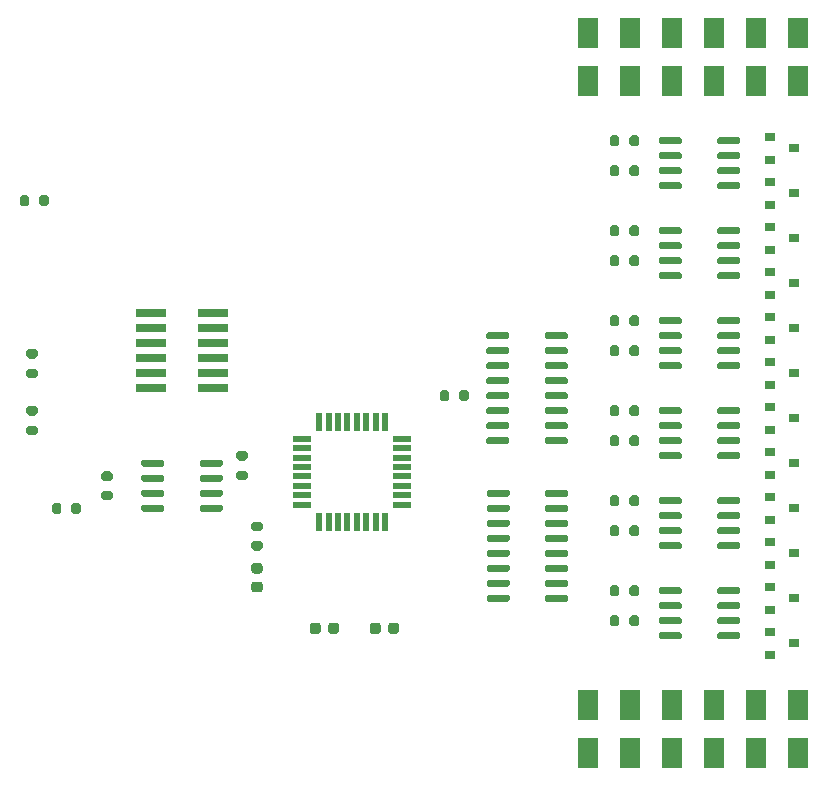
<source format=gtp>
G04 #@! TF.GenerationSoftware,KiCad,Pcbnew,(5.1.9)-1*
G04 #@! TF.CreationDate,2021-06-09T23:16:39+02:00*
G04 #@! TF.ProjectId,decoder,6465636f-6465-4722-9e6b-696361645f70,rev?*
G04 #@! TF.SameCoordinates,Original*
G04 #@! TF.FileFunction,Paste,Top*
G04 #@! TF.FilePolarity,Positive*
%FSLAX46Y46*%
G04 Gerber Fmt 4.6, Leading zero omitted, Abs format (unit mm)*
G04 Created by KiCad (PCBNEW (5.1.9)-1) date 2021-06-09 23:16:39*
%MOMM*%
%LPD*%
G01*
G04 APERTURE LIST*
%ADD10R,1.800000X2.500000*%
%ADD11R,0.900000X0.800000*%
%ADD12R,1.600000X0.550000*%
%ADD13R,0.550000X1.600000*%
%ADD14R,2.650000X0.760000*%
G04 APERTURE END LIST*
G36*
G01*
X154075000Y-94465000D02*
X154075000Y-94765000D01*
G75*
G02*
X153925000Y-94915000I-150000J0D01*
G01*
X152275000Y-94915000D01*
G75*
G02*
X152125000Y-94765000I0J150000D01*
G01*
X152125000Y-94465000D01*
G75*
G02*
X152275000Y-94315000I150000J0D01*
G01*
X153925000Y-94315000D01*
G75*
G02*
X154075000Y-94465000I0J-150000D01*
G01*
G37*
G36*
G01*
X154075000Y-93195000D02*
X154075000Y-93495000D01*
G75*
G02*
X153925000Y-93645000I-150000J0D01*
G01*
X152275000Y-93645000D01*
G75*
G02*
X152125000Y-93495000I0J150000D01*
G01*
X152125000Y-93195000D01*
G75*
G02*
X152275000Y-93045000I150000J0D01*
G01*
X153925000Y-93045000D01*
G75*
G02*
X154075000Y-93195000I0J-150000D01*
G01*
G37*
G36*
G01*
X154075000Y-91925000D02*
X154075000Y-92225000D01*
G75*
G02*
X153925000Y-92375000I-150000J0D01*
G01*
X152275000Y-92375000D01*
G75*
G02*
X152125000Y-92225000I0J150000D01*
G01*
X152125000Y-91925000D01*
G75*
G02*
X152275000Y-91775000I150000J0D01*
G01*
X153925000Y-91775000D01*
G75*
G02*
X154075000Y-91925000I0J-150000D01*
G01*
G37*
G36*
G01*
X154075000Y-90655000D02*
X154075000Y-90955000D01*
G75*
G02*
X153925000Y-91105000I-150000J0D01*
G01*
X152275000Y-91105000D01*
G75*
G02*
X152125000Y-90955000I0J150000D01*
G01*
X152125000Y-90655000D01*
G75*
G02*
X152275000Y-90505000I150000J0D01*
G01*
X153925000Y-90505000D01*
G75*
G02*
X154075000Y-90655000I0J-150000D01*
G01*
G37*
G36*
G01*
X154075000Y-89385000D02*
X154075000Y-89685000D01*
G75*
G02*
X153925000Y-89835000I-150000J0D01*
G01*
X152275000Y-89835000D01*
G75*
G02*
X152125000Y-89685000I0J150000D01*
G01*
X152125000Y-89385000D01*
G75*
G02*
X152275000Y-89235000I150000J0D01*
G01*
X153925000Y-89235000D01*
G75*
G02*
X154075000Y-89385000I0J-150000D01*
G01*
G37*
G36*
G01*
X154075000Y-88115000D02*
X154075000Y-88415000D01*
G75*
G02*
X153925000Y-88565000I-150000J0D01*
G01*
X152275000Y-88565000D01*
G75*
G02*
X152125000Y-88415000I0J150000D01*
G01*
X152125000Y-88115000D01*
G75*
G02*
X152275000Y-87965000I150000J0D01*
G01*
X153925000Y-87965000D01*
G75*
G02*
X154075000Y-88115000I0J-150000D01*
G01*
G37*
G36*
G01*
X154075000Y-86845000D02*
X154075000Y-87145000D01*
G75*
G02*
X153925000Y-87295000I-150000J0D01*
G01*
X152275000Y-87295000D01*
G75*
G02*
X152125000Y-87145000I0J150000D01*
G01*
X152125000Y-86845000D01*
G75*
G02*
X152275000Y-86695000I150000J0D01*
G01*
X153925000Y-86695000D01*
G75*
G02*
X154075000Y-86845000I0J-150000D01*
G01*
G37*
G36*
G01*
X154075000Y-85575000D02*
X154075000Y-85875000D01*
G75*
G02*
X153925000Y-86025000I-150000J0D01*
G01*
X152275000Y-86025000D01*
G75*
G02*
X152125000Y-85875000I0J150000D01*
G01*
X152125000Y-85575000D01*
G75*
G02*
X152275000Y-85425000I150000J0D01*
G01*
X153925000Y-85425000D01*
G75*
G02*
X154075000Y-85575000I0J-150000D01*
G01*
G37*
G36*
G01*
X159025000Y-85575000D02*
X159025000Y-85875000D01*
G75*
G02*
X158875000Y-86025000I-150000J0D01*
G01*
X157225000Y-86025000D01*
G75*
G02*
X157075000Y-85875000I0J150000D01*
G01*
X157075000Y-85575000D01*
G75*
G02*
X157225000Y-85425000I150000J0D01*
G01*
X158875000Y-85425000D01*
G75*
G02*
X159025000Y-85575000I0J-150000D01*
G01*
G37*
G36*
G01*
X159025000Y-86845000D02*
X159025000Y-87145000D01*
G75*
G02*
X158875000Y-87295000I-150000J0D01*
G01*
X157225000Y-87295000D01*
G75*
G02*
X157075000Y-87145000I0J150000D01*
G01*
X157075000Y-86845000D01*
G75*
G02*
X157225000Y-86695000I150000J0D01*
G01*
X158875000Y-86695000D01*
G75*
G02*
X159025000Y-86845000I0J-150000D01*
G01*
G37*
G36*
G01*
X159025000Y-88115000D02*
X159025000Y-88415000D01*
G75*
G02*
X158875000Y-88565000I-150000J0D01*
G01*
X157225000Y-88565000D01*
G75*
G02*
X157075000Y-88415000I0J150000D01*
G01*
X157075000Y-88115000D01*
G75*
G02*
X157225000Y-87965000I150000J0D01*
G01*
X158875000Y-87965000D01*
G75*
G02*
X159025000Y-88115000I0J-150000D01*
G01*
G37*
G36*
G01*
X159025000Y-89385000D02*
X159025000Y-89685000D01*
G75*
G02*
X158875000Y-89835000I-150000J0D01*
G01*
X157225000Y-89835000D01*
G75*
G02*
X157075000Y-89685000I0J150000D01*
G01*
X157075000Y-89385000D01*
G75*
G02*
X157225000Y-89235000I150000J0D01*
G01*
X158875000Y-89235000D01*
G75*
G02*
X159025000Y-89385000I0J-150000D01*
G01*
G37*
G36*
G01*
X159025000Y-90655000D02*
X159025000Y-90955000D01*
G75*
G02*
X158875000Y-91105000I-150000J0D01*
G01*
X157225000Y-91105000D01*
G75*
G02*
X157075000Y-90955000I0J150000D01*
G01*
X157075000Y-90655000D01*
G75*
G02*
X157225000Y-90505000I150000J0D01*
G01*
X158875000Y-90505000D01*
G75*
G02*
X159025000Y-90655000I0J-150000D01*
G01*
G37*
G36*
G01*
X159025000Y-91925000D02*
X159025000Y-92225000D01*
G75*
G02*
X158875000Y-92375000I-150000J0D01*
G01*
X157225000Y-92375000D01*
G75*
G02*
X157075000Y-92225000I0J150000D01*
G01*
X157075000Y-91925000D01*
G75*
G02*
X157225000Y-91775000I150000J0D01*
G01*
X158875000Y-91775000D01*
G75*
G02*
X159025000Y-91925000I0J-150000D01*
G01*
G37*
G36*
G01*
X159025000Y-93195000D02*
X159025000Y-93495000D01*
G75*
G02*
X158875000Y-93645000I-150000J0D01*
G01*
X157225000Y-93645000D01*
G75*
G02*
X157075000Y-93495000I0J150000D01*
G01*
X157075000Y-93195000D01*
G75*
G02*
X157225000Y-93045000I150000J0D01*
G01*
X158875000Y-93045000D01*
G75*
G02*
X159025000Y-93195000I0J-150000D01*
G01*
G37*
G36*
G01*
X159025000Y-94465000D02*
X159025000Y-94765000D01*
G75*
G02*
X158875000Y-94915000I-150000J0D01*
G01*
X157225000Y-94915000D01*
G75*
G02*
X157075000Y-94765000I0J150000D01*
G01*
X157075000Y-94465000D01*
G75*
G02*
X157225000Y-94315000I150000J0D01*
G01*
X158875000Y-94315000D01*
G75*
G02*
X159025000Y-94465000I0J-150000D01*
G01*
G37*
G36*
G01*
X124865000Y-100180000D02*
X124865000Y-100480000D01*
G75*
G02*
X124715000Y-100630000I-150000J0D01*
G01*
X123065000Y-100630000D01*
G75*
G02*
X122915000Y-100480000I0J150000D01*
G01*
X122915000Y-100180000D01*
G75*
G02*
X123065000Y-100030000I150000J0D01*
G01*
X124715000Y-100030000D01*
G75*
G02*
X124865000Y-100180000I0J-150000D01*
G01*
G37*
G36*
G01*
X124865000Y-98910000D02*
X124865000Y-99210000D01*
G75*
G02*
X124715000Y-99360000I-150000J0D01*
G01*
X123065000Y-99360000D01*
G75*
G02*
X122915000Y-99210000I0J150000D01*
G01*
X122915000Y-98910000D01*
G75*
G02*
X123065000Y-98760000I150000J0D01*
G01*
X124715000Y-98760000D01*
G75*
G02*
X124865000Y-98910000I0J-150000D01*
G01*
G37*
G36*
G01*
X124865000Y-97640000D02*
X124865000Y-97940000D01*
G75*
G02*
X124715000Y-98090000I-150000J0D01*
G01*
X123065000Y-98090000D01*
G75*
G02*
X122915000Y-97940000I0J150000D01*
G01*
X122915000Y-97640000D01*
G75*
G02*
X123065000Y-97490000I150000J0D01*
G01*
X124715000Y-97490000D01*
G75*
G02*
X124865000Y-97640000I0J-150000D01*
G01*
G37*
G36*
G01*
X124865000Y-96370000D02*
X124865000Y-96670000D01*
G75*
G02*
X124715000Y-96820000I-150000J0D01*
G01*
X123065000Y-96820000D01*
G75*
G02*
X122915000Y-96670000I0J150000D01*
G01*
X122915000Y-96370000D01*
G75*
G02*
X123065000Y-96220000I150000J0D01*
G01*
X124715000Y-96220000D01*
G75*
G02*
X124865000Y-96370000I0J-150000D01*
G01*
G37*
G36*
G01*
X129815000Y-96370000D02*
X129815000Y-96670000D01*
G75*
G02*
X129665000Y-96820000I-150000J0D01*
G01*
X128015000Y-96820000D01*
G75*
G02*
X127865000Y-96670000I0J150000D01*
G01*
X127865000Y-96370000D01*
G75*
G02*
X128015000Y-96220000I150000J0D01*
G01*
X129665000Y-96220000D01*
G75*
G02*
X129815000Y-96370000I0J-150000D01*
G01*
G37*
G36*
G01*
X129815000Y-97640000D02*
X129815000Y-97940000D01*
G75*
G02*
X129665000Y-98090000I-150000J0D01*
G01*
X128015000Y-98090000D01*
G75*
G02*
X127865000Y-97940000I0J150000D01*
G01*
X127865000Y-97640000D01*
G75*
G02*
X128015000Y-97490000I150000J0D01*
G01*
X129665000Y-97490000D01*
G75*
G02*
X129815000Y-97640000I0J-150000D01*
G01*
G37*
G36*
G01*
X129815000Y-98910000D02*
X129815000Y-99210000D01*
G75*
G02*
X129665000Y-99360000I-150000J0D01*
G01*
X128015000Y-99360000D01*
G75*
G02*
X127865000Y-99210000I0J150000D01*
G01*
X127865000Y-98910000D01*
G75*
G02*
X128015000Y-98760000I150000J0D01*
G01*
X129665000Y-98760000D01*
G75*
G02*
X129815000Y-98910000I0J-150000D01*
G01*
G37*
G36*
G01*
X129815000Y-100180000D02*
X129815000Y-100480000D01*
G75*
G02*
X129665000Y-100630000I-150000J0D01*
G01*
X128015000Y-100630000D01*
G75*
G02*
X127865000Y-100480000I0J150000D01*
G01*
X127865000Y-100180000D01*
G75*
G02*
X128015000Y-100030000I150000J0D01*
G01*
X129665000Y-100030000D01*
G75*
G02*
X129815000Y-100180000I0J-150000D01*
G01*
G37*
G36*
G01*
X154110000Y-107800000D02*
X154110000Y-108100000D01*
G75*
G02*
X153960000Y-108250000I-150000J0D01*
G01*
X152310000Y-108250000D01*
G75*
G02*
X152160000Y-108100000I0J150000D01*
G01*
X152160000Y-107800000D01*
G75*
G02*
X152310000Y-107650000I150000J0D01*
G01*
X153960000Y-107650000D01*
G75*
G02*
X154110000Y-107800000I0J-150000D01*
G01*
G37*
G36*
G01*
X154110000Y-106530000D02*
X154110000Y-106830000D01*
G75*
G02*
X153960000Y-106980000I-150000J0D01*
G01*
X152310000Y-106980000D01*
G75*
G02*
X152160000Y-106830000I0J150000D01*
G01*
X152160000Y-106530000D01*
G75*
G02*
X152310000Y-106380000I150000J0D01*
G01*
X153960000Y-106380000D01*
G75*
G02*
X154110000Y-106530000I0J-150000D01*
G01*
G37*
G36*
G01*
X154110000Y-105260000D02*
X154110000Y-105560000D01*
G75*
G02*
X153960000Y-105710000I-150000J0D01*
G01*
X152310000Y-105710000D01*
G75*
G02*
X152160000Y-105560000I0J150000D01*
G01*
X152160000Y-105260000D01*
G75*
G02*
X152310000Y-105110000I150000J0D01*
G01*
X153960000Y-105110000D01*
G75*
G02*
X154110000Y-105260000I0J-150000D01*
G01*
G37*
G36*
G01*
X154110000Y-103990000D02*
X154110000Y-104290000D01*
G75*
G02*
X153960000Y-104440000I-150000J0D01*
G01*
X152310000Y-104440000D01*
G75*
G02*
X152160000Y-104290000I0J150000D01*
G01*
X152160000Y-103990000D01*
G75*
G02*
X152310000Y-103840000I150000J0D01*
G01*
X153960000Y-103840000D01*
G75*
G02*
X154110000Y-103990000I0J-150000D01*
G01*
G37*
G36*
G01*
X154110000Y-102720000D02*
X154110000Y-103020000D01*
G75*
G02*
X153960000Y-103170000I-150000J0D01*
G01*
X152310000Y-103170000D01*
G75*
G02*
X152160000Y-103020000I0J150000D01*
G01*
X152160000Y-102720000D01*
G75*
G02*
X152310000Y-102570000I150000J0D01*
G01*
X153960000Y-102570000D01*
G75*
G02*
X154110000Y-102720000I0J-150000D01*
G01*
G37*
G36*
G01*
X154110000Y-101450000D02*
X154110000Y-101750000D01*
G75*
G02*
X153960000Y-101900000I-150000J0D01*
G01*
X152310000Y-101900000D01*
G75*
G02*
X152160000Y-101750000I0J150000D01*
G01*
X152160000Y-101450000D01*
G75*
G02*
X152310000Y-101300000I150000J0D01*
G01*
X153960000Y-101300000D01*
G75*
G02*
X154110000Y-101450000I0J-150000D01*
G01*
G37*
G36*
G01*
X154110000Y-100180000D02*
X154110000Y-100480000D01*
G75*
G02*
X153960000Y-100630000I-150000J0D01*
G01*
X152310000Y-100630000D01*
G75*
G02*
X152160000Y-100480000I0J150000D01*
G01*
X152160000Y-100180000D01*
G75*
G02*
X152310000Y-100030000I150000J0D01*
G01*
X153960000Y-100030000D01*
G75*
G02*
X154110000Y-100180000I0J-150000D01*
G01*
G37*
G36*
G01*
X154110000Y-98910000D02*
X154110000Y-99210000D01*
G75*
G02*
X153960000Y-99360000I-150000J0D01*
G01*
X152310000Y-99360000D01*
G75*
G02*
X152160000Y-99210000I0J150000D01*
G01*
X152160000Y-98910000D01*
G75*
G02*
X152310000Y-98760000I150000J0D01*
G01*
X153960000Y-98760000D01*
G75*
G02*
X154110000Y-98910000I0J-150000D01*
G01*
G37*
G36*
G01*
X159060000Y-98910000D02*
X159060000Y-99210000D01*
G75*
G02*
X158910000Y-99360000I-150000J0D01*
G01*
X157260000Y-99360000D01*
G75*
G02*
X157110000Y-99210000I0J150000D01*
G01*
X157110000Y-98910000D01*
G75*
G02*
X157260000Y-98760000I150000J0D01*
G01*
X158910000Y-98760000D01*
G75*
G02*
X159060000Y-98910000I0J-150000D01*
G01*
G37*
G36*
G01*
X159060000Y-100180000D02*
X159060000Y-100480000D01*
G75*
G02*
X158910000Y-100630000I-150000J0D01*
G01*
X157260000Y-100630000D01*
G75*
G02*
X157110000Y-100480000I0J150000D01*
G01*
X157110000Y-100180000D01*
G75*
G02*
X157260000Y-100030000I150000J0D01*
G01*
X158910000Y-100030000D01*
G75*
G02*
X159060000Y-100180000I0J-150000D01*
G01*
G37*
G36*
G01*
X159060000Y-101450000D02*
X159060000Y-101750000D01*
G75*
G02*
X158910000Y-101900000I-150000J0D01*
G01*
X157260000Y-101900000D01*
G75*
G02*
X157110000Y-101750000I0J150000D01*
G01*
X157110000Y-101450000D01*
G75*
G02*
X157260000Y-101300000I150000J0D01*
G01*
X158910000Y-101300000D01*
G75*
G02*
X159060000Y-101450000I0J-150000D01*
G01*
G37*
G36*
G01*
X159060000Y-102720000D02*
X159060000Y-103020000D01*
G75*
G02*
X158910000Y-103170000I-150000J0D01*
G01*
X157260000Y-103170000D01*
G75*
G02*
X157110000Y-103020000I0J150000D01*
G01*
X157110000Y-102720000D01*
G75*
G02*
X157260000Y-102570000I150000J0D01*
G01*
X158910000Y-102570000D01*
G75*
G02*
X159060000Y-102720000I0J-150000D01*
G01*
G37*
G36*
G01*
X159060000Y-103990000D02*
X159060000Y-104290000D01*
G75*
G02*
X158910000Y-104440000I-150000J0D01*
G01*
X157260000Y-104440000D01*
G75*
G02*
X157110000Y-104290000I0J150000D01*
G01*
X157110000Y-103990000D01*
G75*
G02*
X157260000Y-103840000I150000J0D01*
G01*
X158910000Y-103840000D01*
G75*
G02*
X159060000Y-103990000I0J-150000D01*
G01*
G37*
G36*
G01*
X159060000Y-105260000D02*
X159060000Y-105560000D01*
G75*
G02*
X158910000Y-105710000I-150000J0D01*
G01*
X157260000Y-105710000D01*
G75*
G02*
X157110000Y-105560000I0J150000D01*
G01*
X157110000Y-105260000D01*
G75*
G02*
X157260000Y-105110000I150000J0D01*
G01*
X158910000Y-105110000D01*
G75*
G02*
X159060000Y-105260000I0J-150000D01*
G01*
G37*
G36*
G01*
X159060000Y-106530000D02*
X159060000Y-106830000D01*
G75*
G02*
X158910000Y-106980000I-150000J0D01*
G01*
X157260000Y-106980000D01*
G75*
G02*
X157110000Y-106830000I0J150000D01*
G01*
X157110000Y-106530000D01*
G75*
G02*
X157260000Y-106380000I150000J0D01*
G01*
X158910000Y-106380000D01*
G75*
G02*
X159060000Y-106530000I0J-150000D01*
G01*
G37*
G36*
G01*
X159060000Y-107800000D02*
X159060000Y-108100000D01*
G75*
G02*
X158910000Y-108250000I-150000J0D01*
G01*
X157260000Y-108250000D01*
G75*
G02*
X157110000Y-108100000I0J150000D01*
G01*
X157110000Y-107800000D01*
G75*
G02*
X157260000Y-107650000I150000J0D01*
G01*
X158910000Y-107650000D01*
G75*
G02*
X159060000Y-107800000I0J-150000D01*
G01*
G37*
G36*
G01*
X113940000Y-87650000D02*
X113390000Y-87650000D01*
G75*
G02*
X113190000Y-87450000I0J200000D01*
G01*
X113190000Y-87050000D01*
G75*
G02*
X113390000Y-86850000I200000J0D01*
G01*
X113940000Y-86850000D01*
G75*
G02*
X114140000Y-87050000I0J-200000D01*
G01*
X114140000Y-87450000D01*
G75*
G02*
X113940000Y-87650000I-200000J0D01*
G01*
G37*
G36*
G01*
X113940000Y-89300000D02*
X113390000Y-89300000D01*
G75*
G02*
X113190000Y-89100000I0J200000D01*
G01*
X113190000Y-88700000D01*
G75*
G02*
X113390000Y-88500000I200000J0D01*
G01*
X113940000Y-88500000D01*
G75*
G02*
X114140000Y-88700000I0J-200000D01*
G01*
X114140000Y-89100000D01*
G75*
G02*
X113940000Y-89300000I-200000J0D01*
G01*
G37*
G36*
G01*
X113430000Y-74020000D02*
X113430000Y-74570000D01*
G75*
G02*
X113230000Y-74770000I-200000J0D01*
G01*
X112830000Y-74770000D01*
G75*
G02*
X112630000Y-74570000I0J200000D01*
G01*
X112630000Y-74020000D01*
G75*
G02*
X112830000Y-73820000I200000J0D01*
G01*
X113230000Y-73820000D01*
G75*
G02*
X113430000Y-74020000I0J-200000D01*
G01*
G37*
G36*
G01*
X115080000Y-74020000D02*
X115080000Y-74570000D01*
G75*
G02*
X114880000Y-74770000I-200000J0D01*
G01*
X114480000Y-74770000D01*
G75*
G02*
X114280000Y-74570000I0J200000D01*
G01*
X114280000Y-74020000D01*
G75*
G02*
X114480000Y-73820000I200000J0D01*
G01*
X114880000Y-73820000D01*
G75*
G02*
X115080000Y-74020000I0J-200000D01*
G01*
G37*
G36*
G01*
X116161000Y-100055000D02*
X116161000Y-100605000D01*
G75*
G02*
X115961000Y-100805000I-200000J0D01*
G01*
X115561000Y-100805000D01*
G75*
G02*
X115361000Y-100605000I0J200000D01*
G01*
X115361000Y-100055000D01*
G75*
G02*
X115561000Y-99855000I200000J0D01*
G01*
X115961000Y-99855000D01*
G75*
G02*
X116161000Y-100055000I0J-200000D01*
G01*
G37*
G36*
G01*
X117811000Y-100055000D02*
X117811000Y-100605000D01*
G75*
G02*
X117611000Y-100805000I-200000J0D01*
G01*
X117211000Y-100805000D01*
G75*
G02*
X117011000Y-100605000I0J200000D01*
G01*
X117011000Y-100055000D01*
G75*
G02*
X117211000Y-99855000I200000J0D01*
G01*
X117611000Y-99855000D01*
G75*
G02*
X117811000Y-100055000I0J-200000D01*
G01*
G37*
G36*
G01*
X113390000Y-93325000D02*
X113940000Y-93325000D01*
G75*
G02*
X114140000Y-93525000I0J-200000D01*
G01*
X114140000Y-93925000D01*
G75*
G02*
X113940000Y-94125000I-200000J0D01*
G01*
X113390000Y-94125000D01*
G75*
G02*
X113190000Y-93925000I0J200000D01*
G01*
X113190000Y-93525000D01*
G75*
G02*
X113390000Y-93325000I200000J0D01*
G01*
G37*
G36*
G01*
X113390000Y-91675000D02*
X113940000Y-91675000D01*
G75*
G02*
X114140000Y-91875000I0J-200000D01*
G01*
X114140000Y-92275000D01*
G75*
G02*
X113940000Y-92475000I-200000J0D01*
G01*
X113390000Y-92475000D01*
G75*
G02*
X113190000Y-92275000I0J200000D01*
G01*
X113190000Y-91875000D01*
G75*
G02*
X113390000Y-91675000I200000J0D01*
G01*
G37*
D10*
X175006000Y-64103000D03*
X175006000Y-60103000D03*
X178562000Y-64103000D03*
X178562000Y-60103000D03*
X167894000Y-64103000D03*
X167894000Y-60103000D03*
X171450000Y-64103000D03*
X171450000Y-60103000D03*
X160782000Y-64103000D03*
X160782000Y-60103000D03*
X164338000Y-64103000D03*
X164338000Y-60103000D03*
X164338000Y-116999000D03*
X164338000Y-120999000D03*
X160782000Y-116999000D03*
X160782000Y-120999000D03*
X171450000Y-116999000D03*
X171450000Y-120999000D03*
X167894000Y-116999000D03*
X167894000Y-120999000D03*
X178562000Y-116999000D03*
X178562000Y-120999000D03*
X175006000Y-116999000D03*
X175006000Y-120999000D03*
G36*
G01*
X171680000Y-69365000D02*
X171680000Y-69065000D01*
G75*
G02*
X171830000Y-68915000I150000J0D01*
G01*
X173480000Y-68915000D01*
G75*
G02*
X173630000Y-69065000I0J-150000D01*
G01*
X173630000Y-69365000D01*
G75*
G02*
X173480000Y-69515000I-150000J0D01*
G01*
X171830000Y-69515000D01*
G75*
G02*
X171680000Y-69365000I0J150000D01*
G01*
G37*
G36*
G01*
X171680000Y-70635000D02*
X171680000Y-70335000D01*
G75*
G02*
X171830000Y-70185000I150000J0D01*
G01*
X173480000Y-70185000D01*
G75*
G02*
X173630000Y-70335000I0J-150000D01*
G01*
X173630000Y-70635000D01*
G75*
G02*
X173480000Y-70785000I-150000J0D01*
G01*
X171830000Y-70785000D01*
G75*
G02*
X171680000Y-70635000I0J150000D01*
G01*
G37*
G36*
G01*
X171680000Y-71905000D02*
X171680000Y-71605000D01*
G75*
G02*
X171830000Y-71455000I150000J0D01*
G01*
X173480000Y-71455000D01*
G75*
G02*
X173630000Y-71605000I0J-150000D01*
G01*
X173630000Y-71905000D01*
G75*
G02*
X173480000Y-72055000I-150000J0D01*
G01*
X171830000Y-72055000D01*
G75*
G02*
X171680000Y-71905000I0J150000D01*
G01*
G37*
G36*
G01*
X171680000Y-73175000D02*
X171680000Y-72875000D01*
G75*
G02*
X171830000Y-72725000I150000J0D01*
G01*
X173480000Y-72725000D01*
G75*
G02*
X173630000Y-72875000I0J-150000D01*
G01*
X173630000Y-73175000D01*
G75*
G02*
X173480000Y-73325000I-150000J0D01*
G01*
X171830000Y-73325000D01*
G75*
G02*
X171680000Y-73175000I0J150000D01*
G01*
G37*
G36*
G01*
X166730000Y-73175000D02*
X166730000Y-72875000D01*
G75*
G02*
X166880000Y-72725000I150000J0D01*
G01*
X168530000Y-72725000D01*
G75*
G02*
X168680000Y-72875000I0J-150000D01*
G01*
X168680000Y-73175000D01*
G75*
G02*
X168530000Y-73325000I-150000J0D01*
G01*
X166880000Y-73325000D01*
G75*
G02*
X166730000Y-73175000I0J150000D01*
G01*
G37*
G36*
G01*
X166730000Y-71905000D02*
X166730000Y-71605000D01*
G75*
G02*
X166880000Y-71455000I150000J0D01*
G01*
X168530000Y-71455000D01*
G75*
G02*
X168680000Y-71605000I0J-150000D01*
G01*
X168680000Y-71905000D01*
G75*
G02*
X168530000Y-72055000I-150000J0D01*
G01*
X166880000Y-72055000D01*
G75*
G02*
X166730000Y-71905000I0J150000D01*
G01*
G37*
G36*
G01*
X166730000Y-70635000D02*
X166730000Y-70335000D01*
G75*
G02*
X166880000Y-70185000I150000J0D01*
G01*
X168530000Y-70185000D01*
G75*
G02*
X168680000Y-70335000I0J-150000D01*
G01*
X168680000Y-70635000D01*
G75*
G02*
X168530000Y-70785000I-150000J0D01*
G01*
X166880000Y-70785000D01*
G75*
G02*
X166730000Y-70635000I0J150000D01*
G01*
G37*
G36*
G01*
X166730000Y-69365000D02*
X166730000Y-69065000D01*
G75*
G02*
X166880000Y-68915000I150000J0D01*
G01*
X168530000Y-68915000D01*
G75*
G02*
X168680000Y-69065000I0J-150000D01*
G01*
X168680000Y-69365000D01*
G75*
G02*
X168530000Y-69515000I-150000J0D01*
G01*
X166880000Y-69515000D01*
G75*
G02*
X166730000Y-69365000I0J150000D01*
G01*
G37*
G36*
G01*
X171680000Y-76985000D02*
X171680000Y-76685000D01*
G75*
G02*
X171830000Y-76535000I150000J0D01*
G01*
X173480000Y-76535000D01*
G75*
G02*
X173630000Y-76685000I0J-150000D01*
G01*
X173630000Y-76985000D01*
G75*
G02*
X173480000Y-77135000I-150000J0D01*
G01*
X171830000Y-77135000D01*
G75*
G02*
X171680000Y-76985000I0J150000D01*
G01*
G37*
G36*
G01*
X171680000Y-78255000D02*
X171680000Y-77955000D01*
G75*
G02*
X171830000Y-77805000I150000J0D01*
G01*
X173480000Y-77805000D01*
G75*
G02*
X173630000Y-77955000I0J-150000D01*
G01*
X173630000Y-78255000D01*
G75*
G02*
X173480000Y-78405000I-150000J0D01*
G01*
X171830000Y-78405000D01*
G75*
G02*
X171680000Y-78255000I0J150000D01*
G01*
G37*
G36*
G01*
X171680000Y-79525000D02*
X171680000Y-79225000D01*
G75*
G02*
X171830000Y-79075000I150000J0D01*
G01*
X173480000Y-79075000D01*
G75*
G02*
X173630000Y-79225000I0J-150000D01*
G01*
X173630000Y-79525000D01*
G75*
G02*
X173480000Y-79675000I-150000J0D01*
G01*
X171830000Y-79675000D01*
G75*
G02*
X171680000Y-79525000I0J150000D01*
G01*
G37*
G36*
G01*
X171680000Y-80795000D02*
X171680000Y-80495000D01*
G75*
G02*
X171830000Y-80345000I150000J0D01*
G01*
X173480000Y-80345000D01*
G75*
G02*
X173630000Y-80495000I0J-150000D01*
G01*
X173630000Y-80795000D01*
G75*
G02*
X173480000Y-80945000I-150000J0D01*
G01*
X171830000Y-80945000D01*
G75*
G02*
X171680000Y-80795000I0J150000D01*
G01*
G37*
G36*
G01*
X166730000Y-80795000D02*
X166730000Y-80495000D01*
G75*
G02*
X166880000Y-80345000I150000J0D01*
G01*
X168530000Y-80345000D01*
G75*
G02*
X168680000Y-80495000I0J-150000D01*
G01*
X168680000Y-80795000D01*
G75*
G02*
X168530000Y-80945000I-150000J0D01*
G01*
X166880000Y-80945000D01*
G75*
G02*
X166730000Y-80795000I0J150000D01*
G01*
G37*
G36*
G01*
X166730000Y-79525000D02*
X166730000Y-79225000D01*
G75*
G02*
X166880000Y-79075000I150000J0D01*
G01*
X168530000Y-79075000D01*
G75*
G02*
X168680000Y-79225000I0J-150000D01*
G01*
X168680000Y-79525000D01*
G75*
G02*
X168530000Y-79675000I-150000J0D01*
G01*
X166880000Y-79675000D01*
G75*
G02*
X166730000Y-79525000I0J150000D01*
G01*
G37*
G36*
G01*
X166730000Y-78255000D02*
X166730000Y-77955000D01*
G75*
G02*
X166880000Y-77805000I150000J0D01*
G01*
X168530000Y-77805000D01*
G75*
G02*
X168680000Y-77955000I0J-150000D01*
G01*
X168680000Y-78255000D01*
G75*
G02*
X168530000Y-78405000I-150000J0D01*
G01*
X166880000Y-78405000D01*
G75*
G02*
X166730000Y-78255000I0J150000D01*
G01*
G37*
G36*
G01*
X166730000Y-76985000D02*
X166730000Y-76685000D01*
G75*
G02*
X166880000Y-76535000I150000J0D01*
G01*
X168530000Y-76535000D01*
G75*
G02*
X168680000Y-76685000I0J-150000D01*
G01*
X168680000Y-76985000D01*
G75*
G02*
X168530000Y-77135000I-150000J0D01*
G01*
X166880000Y-77135000D01*
G75*
G02*
X166730000Y-76985000I0J150000D01*
G01*
G37*
G36*
G01*
X171680000Y-84605000D02*
X171680000Y-84305000D01*
G75*
G02*
X171830000Y-84155000I150000J0D01*
G01*
X173480000Y-84155000D01*
G75*
G02*
X173630000Y-84305000I0J-150000D01*
G01*
X173630000Y-84605000D01*
G75*
G02*
X173480000Y-84755000I-150000J0D01*
G01*
X171830000Y-84755000D01*
G75*
G02*
X171680000Y-84605000I0J150000D01*
G01*
G37*
G36*
G01*
X171680000Y-85875000D02*
X171680000Y-85575000D01*
G75*
G02*
X171830000Y-85425000I150000J0D01*
G01*
X173480000Y-85425000D01*
G75*
G02*
X173630000Y-85575000I0J-150000D01*
G01*
X173630000Y-85875000D01*
G75*
G02*
X173480000Y-86025000I-150000J0D01*
G01*
X171830000Y-86025000D01*
G75*
G02*
X171680000Y-85875000I0J150000D01*
G01*
G37*
G36*
G01*
X171680000Y-87145000D02*
X171680000Y-86845000D01*
G75*
G02*
X171830000Y-86695000I150000J0D01*
G01*
X173480000Y-86695000D01*
G75*
G02*
X173630000Y-86845000I0J-150000D01*
G01*
X173630000Y-87145000D01*
G75*
G02*
X173480000Y-87295000I-150000J0D01*
G01*
X171830000Y-87295000D01*
G75*
G02*
X171680000Y-87145000I0J150000D01*
G01*
G37*
G36*
G01*
X171680000Y-88415000D02*
X171680000Y-88115000D01*
G75*
G02*
X171830000Y-87965000I150000J0D01*
G01*
X173480000Y-87965000D01*
G75*
G02*
X173630000Y-88115000I0J-150000D01*
G01*
X173630000Y-88415000D01*
G75*
G02*
X173480000Y-88565000I-150000J0D01*
G01*
X171830000Y-88565000D01*
G75*
G02*
X171680000Y-88415000I0J150000D01*
G01*
G37*
G36*
G01*
X166730000Y-88415000D02*
X166730000Y-88115000D01*
G75*
G02*
X166880000Y-87965000I150000J0D01*
G01*
X168530000Y-87965000D01*
G75*
G02*
X168680000Y-88115000I0J-150000D01*
G01*
X168680000Y-88415000D01*
G75*
G02*
X168530000Y-88565000I-150000J0D01*
G01*
X166880000Y-88565000D01*
G75*
G02*
X166730000Y-88415000I0J150000D01*
G01*
G37*
G36*
G01*
X166730000Y-87145000D02*
X166730000Y-86845000D01*
G75*
G02*
X166880000Y-86695000I150000J0D01*
G01*
X168530000Y-86695000D01*
G75*
G02*
X168680000Y-86845000I0J-150000D01*
G01*
X168680000Y-87145000D01*
G75*
G02*
X168530000Y-87295000I-150000J0D01*
G01*
X166880000Y-87295000D01*
G75*
G02*
X166730000Y-87145000I0J150000D01*
G01*
G37*
G36*
G01*
X166730000Y-85875000D02*
X166730000Y-85575000D01*
G75*
G02*
X166880000Y-85425000I150000J0D01*
G01*
X168530000Y-85425000D01*
G75*
G02*
X168680000Y-85575000I0J-150000D01*
G01*
X168680000Y-85875000D01*
G75*
G02*
X168530000Y-86025000I-150000J0D01*
G01*
X166880000Y-86025000D01*
G75*
G02*
X166730000Y-85875000I0J150000D01*
G01*
G37*
G36*
G01*
X166730000Y-84605000D02*
X166730000Y-84305000D01*
G75*
G02*
X166880000Y-84155000I150000J0D01*
G01*
X168530000Y-84155000D01*
G75*
G02*
X168680000Y-84305000I0J-150000D01*
G01*
X168680000Y-84605000D01*
G75*
G02*
X168530000Y-84755000I-150000J0D01*
G01*
X166880000Y-84755000D01*
G75*
G02*
X166730000Y-84605000I0J150000D01*
G01*
G37*
G36*
G01*
X171680000Y-92225000D02*
X171680000Y-91925000D01*
G75*
G02*
X171830000Y-91775000I150000J0D01*
G01*
X173480000Y-91775000D01*
G75*
G02*
X173630000Y-91925000I0J-150000D01*
G01*
X173630000Y-92225000D01*
G75*
G02*
X173480000Y-92375000I-150000J0D01*
G01*
X171830000Y-92375000D01*
G75*
G02*
X171680000Y-92225000I0J150000D01*
G01*
G37*
G36*
G01*
X171680000Y-93495000D02*
X171680000Y-93195000D01*
G75*
G02*
X171830000Y-93045000I150000J0D01*
G01*
X173480000Y-93045000D01*
G75*
G02*
X173630000Y-93195000I0J-150000D01*
G01*
X173630000Y-93495000D01*
G75*
G02*
X173480000Y-93645000I-150000J0D01*
G01*
X171830000Y-93645000D01*
G75*
G02*
X171680000Y-93495000I0J150000D01*
G01*
G37*
G36*
G01*
X171680000Y-94765000D02*
X171680000Y-94465000D01*
G75*
G02*
X171830000Y-94315000I150000J0D01*
G01*
X173480000Y-94315000D01*
G75*
G02*
X173630000Y-94465000I0J-150000D01*
G01*
X173630000Y-94765000D01*
G75*
G02*
X173480000Y-94915000I-150000J0D01*
G01*
X171830000Y-94915000D01*
G75*
G02*
X171680000Y-94765000I0J150000D01*
G01*
G37*
G36*
G01*
X171680000Y-96035000D02*
X171680000Y-95735000D01*
G75*
G02*
X171830000Y-95585000I150000J0D01*
G01*
X173480000Y-95585000D01*
G75*
G02*
X173630000Y-95735000I0J-150000D01*
G01*
X173630000Y-96035000D01*
G75*
G02*
X173480000Y-96185000I-150000J0D01*
G01*
X171830000Y-96185000D01*
G75*
G02*
X171680000Y-96035000I0J150000D01*
G01*
G37*
G36*
G01*
X166730000Y-96035000D02*
X166730000Y-95735000D01*
G75*
G02*
X166880000Y-95585000I150000J0D01*
G01*
X168530000Y-95585000D01*
G75*
G02*
X168680000Y-95735000I0J-150000D01*
G01*
X168680000Y-96035000D01*
G75*
G02*
X168530000Y-96185000I-150000J0D01*
G01*
X166880000Y-96185000D01*
G75*
G02*
X166730000Y-96035000I0J150000D01*
G01*
G37*
G36*
G01*
X166730000Y-94765000D02*
X166730000Y-94465000D01*
G75*
G02*
X166880000Y-94315000I150000J0D01*
G01*
X168530000Y-94315000D01*
G75*
G02*
X168680000Y-94465000I0J-150000D01*
G01*
X168680000Y-94765000D01*
G75*
G02*
X168530000Y-94915000I-150000J0D01*
G01*
X166880000Y-94915000D01*
G75*
G02*
X166730000Y-94765000I0J150000D01*
G01*
G37*
G36*
G01*
X166730000Y-93495000D02*
X166730000Y-93195000D01*
G75*
G02*
X166880000Y-93045000I150000J0D01*
G01*
X168530000Y-93045000D01*
G75*
G02*
X168680000Y-93195000I0J-150000D01*
G01*
X168680000Y-93495000D01*
G75*
G02*
X168530000Y-93645000I-150000J0D01*
G01*
X166880000Y-93645000D01*
G75*
G02*
X166730000Y-93495000I0J150000D01*
G01*
G37*
G36*
G01*
X166730000Y-92225000D02*
X166730000Y-91925000D01*
G75*
G02*
X166880000Y-91775000I150000J0D01*
G01*
X168530000Y-91775000D01*
G75*
G02*
X168680000Y-91925000I0J-150000D01*
G01*
X168680000Y-92225000D01*
G75*
G02*
X168530000Y-92375000I-150000J0D01*
G01*
X166880000Y-92375000D01*
G75*
G02*
X166730000Y-92225000I0J150000D01*
G01*
G37*
G36*
G01*
X171680000Y-99845000D02*
X171680000Y-99545000D01*
G75*
G02*
X171830000Y-99395000I150000J0D01*
G01*
X173480000Y-99395000D01*
G75*
G02*
X173630000Y-99545000I0J-150000D01*
G01*
X173630000Y-99845000D01*
G75*
G02*
X173480000Y-99995000I-150000J0D01*
G01*
X171830000Y-99995000D01*
G75*
G02*
X171680000Y-99845000I0J150000D01*
G01*
G37*
G36*
G01*
X171680000Y-101115000D02*
X171680000Y-100815000D01*
G75*
G02*
X171830000Y-100665000I150000J0D01*
G01*
X173480000Y-100665000D01*
G75*
G02*
X173630000Y-100815000I0J-150000D01*
G01*
X173630000Y-101115000D01*
G75*
G02*
X173480000Y-101265000I-150000J0D01*
G01*
X171830000Y-101265000D01*
G75*
G02*
X171680000Y-101115000I0J150000D01*
G01*
G37*
G36*
G01*
X171680000Y-102385000D02*
X171680000Y-102085000D01*
G75*
G02*
X171830000Y-101935000I150000J0D01*
G01*
X173480000Y-101935000D01*
G75*
G02*
X173630000Y-102085000I0J-150000D01*
G01*
X173630000Y-102385000D01*
G75*
G02*
X173480000Y-102535000I-150000J0D01*
G01*
X171830000Y-102535000D01*
G75*
G02*
X171680000Y-102385000I0J150000D01*
G01*
G37*
G36*
G01*
X171680000Y-103655000D02*
X171680000Y-103355000D01*
G75*
G02*
X171830000Y-103205000I150000J0D01*
G01*
X173480000Y-103205000D01*
G75*
G02*
X173630000Y-103355000I0J-150000D01*
G01*
X173630000Y-103655000D01*
G75*
G02*
X173480000Y-103805000I-150000J0D01*
G01*
X171830000Y-103805000D01*
G75*
G02*
X171680000Y-103655000I0J150000D01*
G01*
G37*
G36*
G01*
X166730000Y-103655000D02*
X166730000Y-103355000D01*
G75*
G02*
X166880000Y-103205000I150000J0D01*
G01*
X168530000Y-103205000D01*
G75*
G02*
X168680000Y-103355000I0J-150000D01*
G01*
X168680000Y-103655000D01*
G75*
G02*
X168530000Y-103805000I-150000J0D01*
G01*
X166880000Y-103805000D01*
G75*
G02*
X166730000Y-103655000I0J150000D01*
G01*
G37*
G36*
G01*
X166730000Y-102385000D02*
X166730000Y-102085000D01*
G75*
G02*
X166880000Y-101935000I150000J0D01*
G01*
X168530000Y-101935000D01*
G75*
G02*
X168680000Y-102085000I0J-150000D01*
G01*
X168680000Y-102385000D01*
G75*
G02*
X168530000Y-102535000I-150000J0D01*
G01*
X166880000Y-102535000D01*
G75*
G02*
X166730000Y-102385000I0J150000D01*
G01*
G37*
G36*
G01*
X166730000Y-101115000D02*
X166730000Y-100815000D01*
G75*
G02*
X166880000Y-100665000I150000J0D01*
G01*
X168530000Y-100665000D01*
G75*
G02*
X168680000Y-100815000I0J-150000D01*
G01*
X168680000Y-101115000D01*
G75*
G02*
X168530000Y-101265000I-150000J0D01*
G01*
X166880000Y-101265000D01*
G75*
G02*
X166730000Y-101115000I0J150000D01*
G01*
G37*
G36*
G01*
X166730000Y-99845000D02*
X166730000Y-99545000D01*
G75*
G02*
X166880000Y-99395000I150000J0D01*
G01*
X168530000Y-99395000D01*
G75*
G02*
X168680000Y-99545000I0J-150000D01*
G01*
X168680000Y-99845000D01*
G75*
G02*
X168530000Y-99995000I-150000J0D01*
G01*
X166880000Y-99995000D01*
G75*
G02*
X166730000Y-99845000I0J150000D01*
G01*
G37*
G36*
G01*
X171680000Y-107465000D02*
X171680000Y-107165000D01*
G75*
G02*
X171830000Y-107015000I150000J0D01*
G01*
X173480000Y-107015000D01*
G75*
G02*
X173630000Y-107165000I0J-150000D01*
G01*
X173630000Y-107465000D01*
G75*
G02*
X173480000Y-107615000I-150000J0D01*
G01*
X171830000Y-107615000D01*
G75*
G02*
X171680000Y-107465000I0J150000D01*
G01*
G37*
G36*
G01*
X171680000Y-108735000D02*
X171680000Y-108435000D01*
G75*
G02*
X171830000Y-108285000I150000J0D01*
G01*
X173480000Y-108285000D01*
G75*
G02*
X173630000Y-108435000I0J-150000D01*
G01*
X173630000Y-108735000D01*
G75*
G02*
X173480000Y-108885000I-150000J0D01*
G01*
X171830000Y-108885000D01*
G75*
G02*
X171680000Y-108735000I0J150000D01*
G01*
G37*
G36*
G01*
X171680000Y-110005000D02*
X171680000Y-109705000D01*
G75*
G02*
X171830000Y-109555000I150000J0D01*
G01*
X173480000Y-109555000D01*
G75*
G02*
X173630000Y-109705000I0J-150000D01*
G01*
X173630000Y-110005000D01*
G75*
G02*
X173480000Y-110155000I-150000J0D01*
G01*
X171830000Y-110155000D01*
G75*
G02*
X171680000Y-110005000I0J150000D01*
G01*
G37*
G36*
G01*
X171680000Y-111275000D02*
X171680000Y-110975000D01*
G75*
G02*
X171830000Y-110825000I150000J0D01*
G01*
X173480000Y-110825000D01*
G75*
G02*
X173630000Y-110975000I0J-150000D01*
G01*
X173630000Y-111275000D01*
G75*
G02*
X173480000Y-111425000I-150000J0D01*
G01*
X171830000Y-111425000D01*
G75*
G02*
X171680000Y-111275000I0J150000D01*
G01*
G37*
G36*
G01*
X166730000Y-111275000D02*
X166730000Y-110975000D01*
G75*
G02*
X166880000Y-110825000I150000J0D01*
G01*
X168530000Y-110825000D01*
G75*
G02*
X168680000Y-110975000I0J-150000D01*
G01*
X168680000Y-111275000D01*
G75*
G02*
X168530000Y-111425000I-150000J0D01*
G01*
X166880000Y-111425000D01*
G75*
G02*
X166730000Y-111275000I0J150000D01*
G01*
G37*
G36*
G01*
X166730000Y-110005000D02*
X166730000Y-109705000D01*
G75*
G02*
X166880000Y-109555000I150000J0D01*
G01*
X168530000Y-109555000D01*
G75*
G02*
X168680000Y-109705000I0J-150000D01*
G01*
X168680000Y-110005000D01*
G75*
G02*
X168530000Y-110155000I-150000J0D01*
G01*
X166880000Y-110155000D01*
G75*
G02*
X166730000Y-110005000I0J150000D01*
G01*
G37*
G36*
G01*
X166730000Y-108735000D02*
X166730000Y-108435000D01*
G75*
G02*
X166880000Y-108285000I150000J0D01*
G01*
X168530000Y-108285000D01*
G75*
G02*
X168680000Y-108435000I0J-150000D01*
G01*
X168680000Y-108735000D01*
G75*
G02*
X168530000Y-108885000I-150000J0D01*
G01*
X166880000Y-108885000D01*
G75*
G02*
X166730000Y-108735000I0J150000D01*
G01*
G37*
G36*
G01*
X166730000Y-107465000D02*
X166730000Y-107165000D01*
G75*
G02*
X166880000Y-107015000I150000J0D01*
G01*
X168530000Y-107015000D01*
G75*
G02*
X168680000Y-107165000I0J-150000D01*
G01*
X168680000Y-107465000D01*
G75*
G02*
X168530000Y-107615000I-150000J0D01*
G01*
X166880000Y-107615000D01*
G75*
G02*
X166730000Y-107465000I0J150000D01*
G01*
G37*
G36*
G01*
X164255000Y-72030000D02*
X164255000Y-71480000D01*
G75*
G02*
X164455000Y-71280000I200000J0D01*
G01*
X164855000Y-71280000D01*
G75*
G02*
X165055000Y-71480000I0J-200000D01*
G01*
X165055000Y-72030000D01*
G75*
G02*
X164855000Y-72230000I-200000J0D01*
G01*
X164455000Y-72230000D01*
G75*
G02*
X164255000Y-72030000I0J200000D01*
G01*
G37*
G36*
G01*
X162605000Y-72030000D02*
X162605000Y-71480000D01*
G75*
G02*
X162805000Y-71280000I200000J0D01*
G01*
X163205000Y-71280000D01*
G75*
G02*
X163405000Y-71480000I0J-200000D01*
G01*
X163405000Y-72030000D01*
G75*
G02*
X163205000Y-72230000I-200000J0D01*
G01*
X162805000Y-72230000D01*
G75*
G02*
X162605000Y-72030000I0J200000D01*
G01*
G37*
G36*
G01*
X164255000Y-69490000D02*
X164255000Y-68940000D01*
G75*
G02*
X164455000Y-68740000I200000J0D01*
G01*
X164855000Y-68740000D01*
G75*
G02*
X165055000Y-68940000I0J-200000D01*
G01*
X165055000Y-69490000D01*
G75*
G02*
X164855000Y-69690000I-200000J0D01*
G01*
X164455000Y-69690000D01*
G75*
G02*
X164255000Y-69490000I0J200000D01*
G01*
G37*
G36*
G01*
X162605000Y-69490000D02*
X162605000Y-68940000D01*
G75*
G02*
X162805000Y-68740000I200000J0D01*
G01*
X163205000Y-68740000D01*
G75*
G02*
X163405000Y-68940000I0J-200000D01*
G01*
X163405000Y-69490000D01*
G75*
G02*
X163205000Y-69690000I-200000J0D01*
G01*
X162805000Y-69690000D01*
G75*
G02*
X162605000Y-69490000I0J200000D01*
G01*
G37*
G36*
G01*
X164255000Y-79650000D02*
X164255000Y-79100000D01*
G75*
G02*
X164455000Y-78900000I200000J0D01*
G01*
X164855000Y-78900000D01*
G75*
G02*
X165055000Y-79100000I0J-200000D01*
G01*
X165055000Y-79650000D01*
G75*
G02*
X164855000Y-79850000I-200000J0D01*
G01*
X164455000Y-79850000D01*
G75*
G02*
X164255000Y-79650000I0J200000D01*
G01*
G37*
G36*
G01*
X162605000Y-79650000D02*
X162605000Y-79100000D01*
G75*
G02*
X162805000Y-78900000I200000J0D01*
G01*
X163205000Y-78900000D01*
G75*
G02*
X163405000Y-79100000I0J-200000D01*
G01*
X163405000Y-79650000D01*
G75*
G02*
X163205000Y-79850000I-200000J0D01*
G01*
X162805000Y-79850000D01*
G75*
G02*
X162605000Y-79650000I0J200000D01*
G01*
G37*
G36*
G01*
X164255000Y-77110000D02*
X164255000Y-76560000D01*
G75*
G02*
X164455000Y-76360000I200000J0D01*
G01*
X164855000Y-76360000D01*
G75*
G02*
X165055000Y-76560000I0J-200000D01*
G01*
X165055000Y-77110000D01*
G75*
G02*
X164855000Y-77310000I-200000J0D01*
G01*
X164455000Y-77310000D01*
G75*
G02*
X164255000Y-77110000I0J200000D01*
G01*
G37*
G36*
G01*
X162605000Y-77110000D02*
X162605000Y-76560000D01*
G75*
G02*
X162805000Y-76360000I200000J0D01*
G01*
X163205000Y-76360000D01*
G75*
G02*
X163405000Y-76560000I0J-200000D01*
G01*
X163405000Y-77110000D01*
G75*
G02*
X163205000Y-77310000I-200000J0D01*
G01*
X162805000Y-77310000D01*
G75*
G02*
X162605000Y-77110000I0J200000D01*
G01*
G37*
G36*
G01*
X164255000Y-87270000D02*
X164255000Y-86720000D01*
G75*
G02*
X164455000Y-86520000I200000J0D01*
G01*
X164855000Y-86520000D01*
G75*
G02*
X165055000Y-86720000I0J-200000D01*
G01*
X165055000Y-87270000D01*
G75*
G02*
X164855000Y-87470000I-200000J0D01*
G01*
X164455000Y-87470000D01*
G75*
G02*
X164255000Y-87270000I0J200000D01*
G01*
G37*
G36*
G01*
X162605000Y-87270000D02*
X162605000Y-86720000D01*
G75*
G02*
X162805000Y-86520000I200000J0D01*
G01*
X163205000Y-86520000D01*
G75*
G02*
X163405000Y-86720000I0J-200000D01*
G01*
X163405000Y-87270000D01*
G75*
G02*
X163205000Y-87470000I-200000J0D01*
G01*
X162805000Y-87470000D01*
G75*
G02*
X162605000Y-87270000I0J200000D01*
G01*
G37*
G36*
G01*
X164255000Y-84730000D02*
X164255000Y-84180000D01*
G75*
G02*
X164455000Y-83980000I200000J0D01*
G01*
X164855000Y-83980000D01*
G75*
G02*
X165055000Y-84180000I0J-200000D01*
G01*
X165055000Y-84730000D01*
G75*
G02*
X164855000Y-84930000I-200000J0D01*
G01*
X164455000Y-84930000D01*
G75*
G02*
X164255000Y-84730000I0J200000D01*
G01*
G37*
G36*
G01*
X162605000Y-84730000D02*
X162605000Y-84180000D01*
G75*
G02*
X162805000Y-83980000I200000J0D01*
G01*
X163205000Y-83980000D01*
G75*
G02*
X163405000Y-84180000I0J-200000D01*
G01*
X163405000Y-84730000D01*
G75*
G02*
X163205000Y-84930000I-200000J0D01*
G01*
X162805000Y-84930000D01*
G75*
G02*
X162605000Y-84730000I0J200000D01*
G01*
G37*
G36*
G01*
X164255000Y-94890000D02*
X164255000Y-94340000D01*
G75*
G02*
X164455000Y-94140000I200000J0D01*
G01*
X164855000Y-94140000D01*
G75*
G02*
X165055000Y-94340000I0J-200000D01*
G01*
X165055000Y-94890000D01*
G75*
G02*
X164855000Y-95090000I-200000J0D01*
G01*
X164455000Y-95090000D01*
G75*
G02*
X164255000Y-94890000I0J200000D01*
G01*
G37*
G36*
G01*
X162605000Y-94890000D02*
X162605000Y-94340000D01*
G75*
G02*
X162805000Y-94140000I200000J0D01*
G01*
X163205000Y-94140000D01*
G75*
G02*
X163405000Y-94340000I0J-200000D01*
G01*
X163405000Y-94890000D01*
G75*
G02*
X163205000Y-95090000I-200000J0D01*
G01*
X162805000Y-95090000D01*
G75*
G02*
X162605000Y-94890000I0J200000D01*
G01*
G37*
G36*
G01*
X164255000Y-92350000D02*
X164255000Y-91800000D01*
G75*
G02*
X164455000Y-91600000I200000J0D01*
G01*
X164855000Y-91600000D01*
G75*
G02*
X165055000Y-91800000I0J-200000D01*
G01*
X165055000Y-92350000D01*
G75*
G02*
X164855000Y-92550000I-200000J0D01*
G01*
X164455000Y-92550000D01*
G75*
G02*
X164255000Y-92350000I0J200000D01*
G01*
G37*
G36*
G01*
X162605000Y-92350000D02*
X162605000Y-91800000D01*
G75*
G02*
X162805000Y-91600000I200000J0D01*
G01*
X163205000Y-91600000D01*
G75*
G02*
X163405000Y-91800000I0J-200000D01*
G01*
X163405000Y-92350000D01*
G75*
G02*
X163205000Y-92550000I-200000J0D01*
G01*
X162805000Y-92550000D01*
G75*
G02*
X162605000Y-92350000I0J200000D01*
G01*
G37*
G36*
G01*
X164255000Y-102510000D02*
X164255000Y-101960000D01*
G75*
G02*
X164455000Y-101760000I200000J0D01*
G01*
X164855000Y-101760000D01*
G75*
G02*
X165055000Y-101960000I0J-200000D01*
G01*
X165055000Y-102510000D01*
G75*
G02*
X164855000Y-102710000I-200000J0D01*
G01*
X164455000Y-102710000D01*
G75*
G02*
X164255000Y-102510000I0J200000D01*
G01*
G37*
G36*
G01*
X162605000Y-102510000D02*
X162605000Y-101960000D01*
G75*
G02*
X162805000Y-101760000I200000J0D01*
G01*
X163205000Y-101760000D01*
G75*
G02*
X163405000Y-101960000I0J-200000D01*
G01*
X163405000Y-102510000D01*
G75*
G02*
X163205000Y-102710000I-200000J0D01*
G01*
X162805000Y-102710000D01*
G75*
G02*
X162605000Y-102510000I0J200000D01*
G01*
G37*
G36*
G01*
X164255000Y-99970000D02*
X164255000Y-99420000D01*
G75*
G02*
X164455000Y-99220000I200000J0D01*
G01*
X164855000Y-99220000D01*
G75*
G02*
X165055000Y-99420000I0J-200000D01*
G01*
X165055000Y-99970000D01*
G75*
G02*
X164855000Y-100170000I-200000J0D01*
G01*
X164455000Y-100170000D01*
G75*
G02*
X164255000Y-99970000I0J200000D01*
G01*
G37*
G36*
G01*
X162605000Y-99970000D02*
X162605000Y-99420000D01*
G75*
G02*
X162805000Y-99220000I200000J0D01*
G01*
X163205000Y-99220000D01*
G75*
G02*
X163405000Y-99420000I0J-200000D01*
G01*
X163405000Y-99970000D01*
G75*
G02*
X163205000Y-100170000I-200000J0D01*
G01*
X162805000Y-100170000D01*
G75*
G02*
X162605000Y-99970000I0J200000D01*
G01*
G37*
G36*
G01*
X164255000Y-110130000D02*
X164255000Y-109580000D01*
G75*
G02*
X164455000Y-109380000I200000J0D01*
G01*
X164855000Y-109380000D01*
G75*
G02*
X165055000Y-109580000I0J-200000D01*
G01*
X165055000Y-110130000D01*
G75*
G02*
X164855000Y-110330000I-200000J0D01*
G01*
X164455000Y-110330000D01*
G75*
G02*
X164255000Y-110130000I0J200000D01*
G01*
G37*
G36*
G01*
X162605000Y-110130000D02*
X162605000Y-109580000D01*
G75*
G02*
X162805000Y-109380000I200000J0D01*
G01*
X163205000Y-109380000D01*
G75*
G02*
X163405000Y-109580000I0J-200000D01*
G01*
X163405000Y-110130000D01*
G75*
G02*
X163205000Y-110330000I-200000J0D01*
G01*
X162805000Y-110330000D01*
G75*
G02*
X162605000Y-110130000I0J200000D01*
G01*
G37*
G36*
G01*
X164255000Y-107590000D02*
X164255000Y-107040000D01*
G75*
G02*
X164455000Y-106840000I200000J0D01*
G01*
X164855000Y-106840000D01*
G75*
G02*
X165055000Y-107040000I0J-200000D01*
G01*
X165055000Y-107590000D01*
G75*
G02*
X164855000Y-107790000I-200000J0D01*
G01*
X164455000Y-107790000D01*
G75*
G02*
X164255000Y-107590000I0J200000D01*
G01*
G37*
G36*
G01*
X162605000Y-107590000D02*
X162605000Y-107040000D01*
G75*
G02*
X162805000Y-106840000I200000J0D01*
G01*
X163205000Y-106840000D01*
G75*
G02*
X163405000Y-107040000I0J-200000D01*
G01*
X163405000Y-107590000D01*
G75*
G02*
X163205000Y-107790000I-200000J0D01*
G01*
X162805000Y-107790000D01*
G75*
G02*
X162605000Y-107590000I0J200000D01*
G01*
G37*
D11*
X178165000Y-73660000D03*
X176165000Y-74610000D03*
X176165000Y-72710000D03*
X178165000Y-69850000D03*
X176165000Y-70800000D03*
X176165000Y-68900000D03*
X178165000Y-81280000D03*
X176165000Y-82230000D03*
X176165000Y-80330000D03*
X178165000Y-77470000D03*
X176165000Y-78420000D03*
X176165000Y-76520000D03*
X178165000Y-88900000D03*
X176165000Y-89850000D03*
X176165000Y-87950000D03*
X178165000Y-85090000D03*
X176165000Y-86040000D03*
X176165000Y-84140000D03*
X178165000Y-96520000D03*
X176165000Y-97470000D03*
X176165000Y-95570000D03*
X178165000Y-92710000D03*
X176165000Y-93660000D03*
X176165000Y-91760000D03*
X178165000Y-104140000D03*
X176165000Y-105090000D03*
X176165000Y-103190000D03*
X178165000Y-100330000D03*
X176165000Y-101280000D03*
X176165000Y-99380000D03*
X178165000Y-111760000D03*
X176165000Y-112710000D03*
X176165000Y-110810000D03*
X178165000Y-107950000D03*
X176165000Y-108900000D03*
X176165000Y-107000000D03*
D12*
X136525000Y-100025000D03*
X136525000Y-99225000D03*
X136525000Y-98425000D03*
X136525000Y-97625000D03*
X136525000Y-96825000D03*
X136525000Y-96025000D03*
X136525000Y-95225000D03*
X136525000Y-94425000D03*
D13*
X137975000Y-92975000D03*
X138775000Y-92975000D03*
X139575000Y-92975000D03*
X140375000Y-92975000D03*
X141175000Y-92975000D03*
X141975000Y-92975000D03*
X142775000Y-92975000D03*
X143575000Y-92975000D03*
D12*
X145025000Y-94425000D03*
X145025000Y-95225000D03*
X145025000Y-96025000D03*
X145025000Y-96825000D03*
X145025000Y-97625000D03*
X145025000Y-98425000D03*
X145025000Y-99225000D03*
X145025000Y-100025000D03*
D13*
X143575000Y-101475000D03*
X142775000Y-101475000D03*
X141975000Y-101475000D03*
X141175000Y-101475000D03*
X140375000Y-101475000D03*
X139575000Y-101475000D03*
X138775000Y-101475000D03*
X137975000Y-101475000D03*
D14*
X128990000Y-83820000D03*
X123740000Y-90170000D03*
X128990000Y-85090000D03*
X123740000Y-88900000D03*
X128990000Y-86360000D03*
X123740000Y-87630000D03*
X128990000Y-87630000D03*
X123740000Y-86360000D03*
X128990000Y-88900000D03*
X123740000Y-85090000D03*
X128990000Y-90170000D03*
X123740000Y-83820000D03*
G36*
G01*
X132990000Y-102255000D02*
X132440000Y-102255000D01*
G75*
G02*
X132240000Y-102055000I0J200000D01*
G01*
X132240000Y-101655000D01*
G75*
G02*
X132440000Y-101455000I200000J0D01*
G01*
X132990000Y-101455000D01*
G75*
G02*
X133190000Y-101655000I0J-200000D01*
G01*
X133190000Y-102055000D01*
G75*
G02*
X132990000Y-102255000I-200000J0D01*
G01*
G37*
G36*
G01*
X132990000Y-103905000D02*
X132440000Y-103905000D01*
G75*
G02*
X132240000Y-103705000I0J200000D01*
G01*
X132240000Y-103305000D01*
G75*
G02*
X132440000Y-103105000I200000J0D01*
G01*
X132990000Y-103105000D01*
G75*
G02*
X133190000Y-103305000I0J-200000D01*
G01*
X133190000Y-103705000D01*
G75*
G02*
X132990000Y-103905000I-200000J0D01*
G01*
G37*
G36*
G01*
X132971250Y-105847500D02*
X132458750Y-105847500D01*
G75*
G02*
X132240000Y-105628750I0J218750D01*
G01*
X132240000Y-105191250D01*
G75*
G02*
X132458750Y-104972500I218750J0D01*
G01*
X132971250Y-104972500D01*
G75*
G02*
X133190000Y-105191250I0J-218750D01*
G01*
X133190000Y-105628750D01*
G75*
G02*
X132971250Y-105847500I-218750J0D01*
G01*
G37*
G36*
G01*
X132971250Y-107422500D02*
X132458750Y-107422500D01*
G75*
G02*
X132240000Y-107203750I0J218750D01*
G01*
X132240000Y-106766250D01*
G75*
G02*
X132458750Y-106547500I218750J0D01*
G01*
X132971250Y-106547500D01*
G75*
G02*
X133190000Y-106766250I0J-218750D01*
G01*
X133190000Y-107203750D01*
G75*
G02*
X132971250Y-107422500I-218750J0D01*
G01*
G37*
G36*
G01*
X131720000Y-96285000D02*
X131170000Y-96285000D01*
G75*
G02*
X130970000Y-96085000I0J200000D01*
G01*
X130970000Y-95685000D01*
G75*
G02*
X131170000Y-95485000I200000J0D01*
G01*
X131720000Y-95485000D01*
G75*
G02*
X131920000Y-95685000I0J-200000D01*
G01*
X131920000Y-96085000D01*
G75*
G02*
X131720000Y-96285000I-200000J0D01*
G01*
G37*
G36*
G01*
X131720000Y-97935000D02*
X131170000Y-97935000D01*
G75*
G02*
X130970000Y-97735000I0J200000D01*
G01*
X130970000Y-97335000D01*
G75*
G02*
X131170000Y-97135000I200000J0D01*
G01*
X131720000Y-97135000D01*
G75*
G02*
X131920000Y-97335000I0J-200000D01*
G01*
X131920000Y-97735000D01*
G75*
G02*
X131720000Y-97935000I-200000J0D01*
G01*
G37*
G36*
G01*
X120290000Y-98000000D02*
X119740000Y-98000000D01*
G75*
G02*
X119540000Y-97800000I0J200000D01*
G01*
X119540000Y-97400000D01*
G75*
G02*
X119740000Y-97200000I200000J0D01*
G01*
X120290000Y-97200000D01*
G75*
G02*
X120490000Y-97400000I0J-200000D01*
G01*
X120490000Y-97800000D01*
G75*
G02*
X120290000Y-98000000I-200000J0D01*
G01*
G37*
G36*
G01*
X120290000Y-99650000D02*
X119740000Y-99650000D01*
G75*
G02*
X119540000Y-99450000I0J200000D01*
G01*
X119540000Y-99050000D01*
G75*
G02*
X119740000Y-98850000I200000J0D01*
G01*
X120290000Y-98850000D01*
G75*
G02*
X120490000Y-99050000I0J-200000D01*
G01*
X120490000Y-99450000D01*
G75*
G02*
X120290000Y-99650000I-200000J0D01*
G01*
G37*
G36*
G01*
X149840000Y-91080000D02*
X149840000Y-90530000D01*
G75*
G02*
X150040000Y-90330000I200000J0D01*
G01*
X150440000Y-90330000D01*
G75*
G02*
X150640000Y-90530000I0J-200000D01*
G01*
X150640000Y-91080000D01*
G75*
G02*
X150440000Y-91280000I-200000J0D01*
G01*
X150040000Y-91280000D01*
G75*
G02*
X149840000Y-91080000I0J200000D01*
G01*
G37*
G36*
G01*
X148190000Y-91080000D02*
X148190000Y-90530000D01*
G75*
G02*
X148390000Y-90330000I200000J0D01*
G01*
X148790000Y-90330000D01*
G75*
G02*
X148990000Y-90530000I0J-200000D01*
G01*
X148990000Y-91080000D01*
G75*
G02*
X148790000Y-91280000I-200000J0D01*
G01*
X148390000Y-91280000D01*
G75*
G02*
X148190000Y-91080000I0J200000D01*
G01*
G37*
G36*
G01*
X143835000Y-110740000D02*
X143835000Y-110240000D01*
G75*
G02*
X144060000Y-110015000I225000J0D01*
G01*
X144510000Y-110015000D01*
G75*
G02*
X144735000Y-110240000I0J-225000D01*
G01*
X144735000Y-110740000D01*
G75*
G02*
X144510000Y-110965000I-225000J0D01*
G01*
X144060000Y-110965000D01*
G75*
G02*
X143835000Y-110740000I0J225000D01*
G01*
G37*
G36*
G01*
X142285000Y-110740000D02*
X142285000Y-110240000D01*
G75*
G02*
X142510000Y-110015000I225000J0D01*
G01*
X142960000Y-110015000D01*
G75*
G02*
X143185000Y-110240000I0J-225000D01*
G01*
X143185000Y-110740000D01*
G75*
G02*
X142960000Y-110965000I-225000J0D01*
G01*
X142510000Y-110965000D01*
G75*
G02*
X142285000Y-110740000I0J225000D01*
G01*
G37*
G36*
G01*
X138755000Y-110740000D02*
X138755000Y-110240000D01*
G75*
G02*
X138980000Y-110015000I225000J0D01*
G01*
X139430000Y-110015000D01*
G75*
G02*
X139655000Y-110240000I0J-225000D01*
G01*
X139655000Y-110740000D01*
G75*
G02*
X139430000Y-110965000I-225000J0D01*
G01*
X138980000Y-110965000D01*
G75*
G02*
X138755000Y-110740000I0J225000D01*
G01*
G37*
G36*
G01*
X137205000Y-110740000D02*
X137205000Y-110240000D01*
G75*
G02*
X137430000Y-110015000I225000J0D01*
G01*
X137880000Y-110015000D01*
G75*
G02*
X138105000Y-110240000I0J-225000D01*
G01*
X138105000Y-110740000D01*
G75*
G02*
X137880000Y-110965000I-225000J0D01*
G01*
X137430000Y-110965000D01*
G75*
G02*
X137205000Y-110740000I0J225000D01*
G01*
G37*
M02*

</source>
